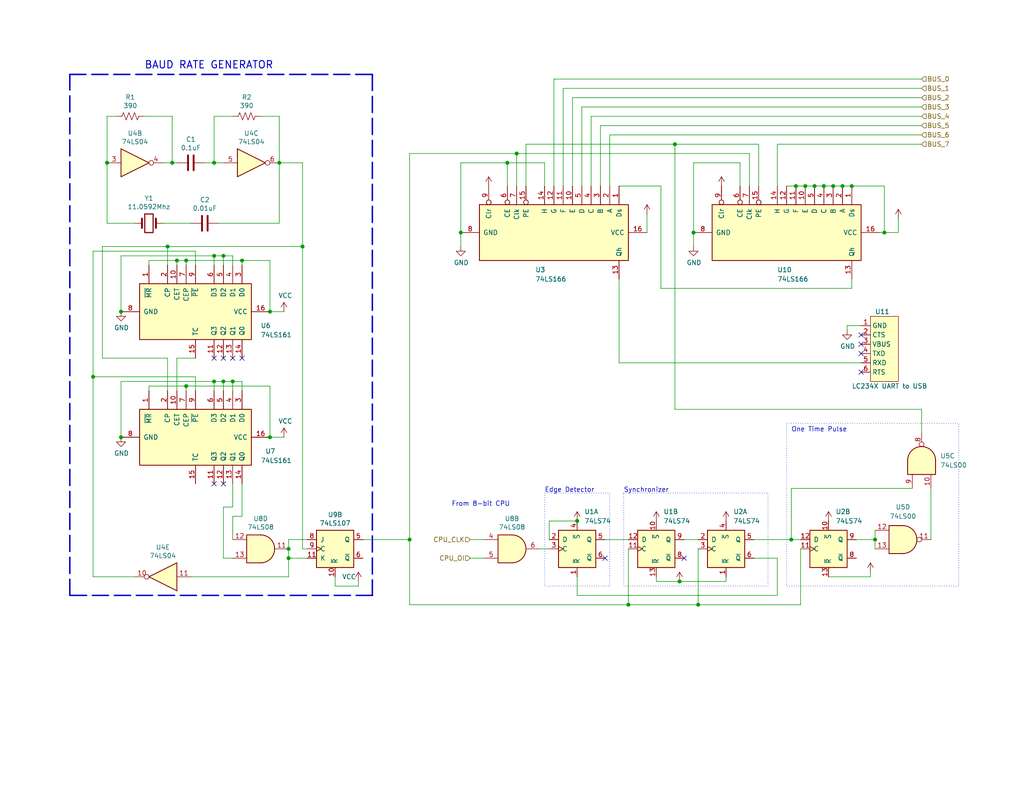
<source format=kicad_sch>
(kicad_sch (version 20230121) (generator eeschema)
  (paper "USLetter")
  (title_block (title "UART Transmitter") (date "2024-01-15") (rev "2.0"))
  (lib_symbols
    (symbol "74xx:74LS00" (pin_names (offset 1.016))
      (property "Reference" "U" (at 0 1.27 0))
      (property "Value" "74LS00" (at 0 -1.27 0))
      (symbol "74LS00_1_1"
        (arc (start 0 -3.81) (mid 3.7934 0) (end 0 3.81) (stroke (width 0.254)) (fill (type background)))
        (polyline (pts (xy 0 3.81) (xy -3.81 3.81) (xy -3.81 -3.81) (xy 0 -3.81)) (stroke (width 0.254)) (fill (type background)))
        (pin input line (at -7.62 2.54 0) (length 3.81) (name "~") (number "1"))
        (pin input line (at -7.62 -2.54 0) (length 3.81) (name "~") (number "2"))
        (pin output inverted (at 7.62 0 180) (length 3.81) (name "~") (number "3"))
      )
      (symbol "74LS00_1_2"
        (arc (start -3.81 -3.81) (mid -2.589 0) (end -3.81 3.81) (stroke (width 0.254)))
        (arc (start -0.6096 -3.81) (mid 2.1842 -2.5851) (end 3.81 0) (stroke (width 0.254)) (fill (type background)))
        (polyline (pts (xy -3.81 -3.81) (xy -0.635 -3.81)) (stroke (width 0.254)) (fill (type background)))
        (polyline (pts (xy -3.81 3.81) (xy -0.635 3.81)) (stroke (width 0.254)) (fill (type background)))
        (polyline (pts (xy -0.635 3.81) (xy -3.81 3.81) (xy -3.81 3.81) (xy -3.556 3.4036) (xy -3.0226 2.2606) (xy -2.6924 1.0414) (xy -2.6162 -0.254) (xy -2.7686 -1.4986) (xy -3.175 -2.7178) (xy -3.81 -3.81) (xy -3.81 -3.81) (xy -0.635 -3.81)) (stroke (width -25.4)) (fill (type background)))
        (arc (start 3.81 0) (mid 2.1915 2.5936) (end -0.6096 3.81) (stroke (width 0.254)) (fill (type background)))
        (pin input inverted (at -7.62 2.54 0) (length 4.318) (name "~") (number "1"))
        (pin input inverted (at -7.62 -2.54 0) (length 4.318) (name "~") (number "2"))
        (pin output line (at 7.62 0 180) (length 3.81) (name "~") (number "3"))
      )
      (symbol "74LS00_2_1"
        (arc (start 0 -3.81) (mid 3.7934 0) (end 0 3.81) (stroke (width 0.254)) (fill (type background)))
        (polyline (pts (xy 0 3.81) (xy -3.81 3.81) (xy -3.81 -3.81) (xy 0 -3.81)) (stroke (width 0.254)) (fill (type background)))
        (pin input line (at -7.62 2.54 0) (length 3.81) (name "~") (number "4"))
        (pin input line (at -7.62 -2.54 0) (length 3.81) (name "~") (number "5"))
        (pin output inverted (at 7.62 0 180) (length 3.81) (name "~") (number "6"))
      )
      (symbol "74LS00_2_2"
        (arc (start -3.81 -3.81) (mid -2.589 0) (end -3.81 3.81) (stroke (width 0.254)))
        (arc (start -0.6096 -3.81) (mid 2.1842 -2.5851) (end 3.81 0) (stroke (width 0.254)) (fill (type background)))
        (polyline (pts (xy -3.81 -3.81) (xy -0.635 -3.81)) (stroke (width 0.254)) (fill (type background)))
        (polyline (pts (xy -3.81 3.81) (xy -0.635 3.81)) (stroke (width 0.254)) (fill (type background)))
        (polyline (pts (xy -0.635 3.81) (xy -3.81 3.81) (xy -3.81 3.81) (xy -3.556 3.4036) (xy -3.0226 2.2606) (xy -2.6924 1.0414) (xy -2.6162 -0.254) (xy -2.7686 -1.4986) (xy -3.175 -2.7178) (xy -3.81 -3.81) (xy -3.81 -3.81) (xy -0.635 -3.81)) (stroke (width -25.4)) (fill (type background)))
        (arc (start 3.81 0) (mid 2.1915 2.5936) (end -0.6096 3.81) (stroke (width 0.254)) (fill (type background)))
        (pin input inverted (at -7.62 2.54 0) (length 4.318) (name "~") (number "4"))
        (pin input inverted (at -7.62 -2.54 0) (length 4.318) (name "~") (number "5"))
        (pin output line (at 7.62 0 180) (length 3.81) (name "~") (number "6"))
      )
      (symbol "74LS00_3_1"
        (arc (start 0 -3.81) (mid 3.7934 0) (end 0 3.81) (stroke (width 0.254)) (fill (type background)))
        (polyline (pts (xy 0 3.81) (xy -3.81 3.81) (xy -3.81 -3.81) (xy 0 -3.81)) (stroke (width 0.254)) (fill (type background)))
        (pin input line (at -7.62 -2.54 0) (length 3.81) (name "~") (number "10"))
        (pin output inverted (at 7.62 0 180) (length 3.81) (name "~") (number "8"))
        (pin input line (at -7.62 2.54 0) (length 3.81) (name "~") (number "9"))
      )
      (symbol "74LS00_3_2"
        (arc (start -3.81 -3.81) (mid -2.589 0) (end -3.81 3.81) (stroke (width 0.254)))
        (arc (start -0.6096 -3.81) (mid 2.1842 -2.5851) (end 3.81 0) (stroke (width 0.254)) (fill (type background)))
        (polyline (pts (xy -3.81 -3.81) (xy -0.635 -3.81)) (stroke (width 0.254)) (fill (type background)))
        (polyline (pts (xy -3.81 3.81) (xy -0.635 3.81)) (stroke (width 0.254)) (fill (type background)))
        (polyline (pts (xy -0.635 3.81) (xy -3.81 3.81) (xy -3.81 3.81) (xy -3.556 3.4036) (xy -3.0226 2.2606) (xy -2.6924 1.0414) (xy -2.6162 -0.254) (xy -2.7686 -1.4986) (xy -3.175 -2.7178) (xy -3.81 -3.81) (xy -3.81 -3.81) (xy -0.635 -3.81)) (stroke (width -25.4)) (fill (type background)))
        (arc (start 3.81 0) (mid 2.1915 2.5936) (end -0.6096 3.81) (stroke (width 0.254)) (fill (type background)))
        (pin input inverted (at -7.62 -2.54 0) (length 4.318) (name "~") (number "10"))
        (pin output line (at 7.62 0 180) (length 3.81) (name "~") (number "8"))
        (pin input inverted (at -7.62 2.54 0) (length 4.318) (name "~") (number "9"))
      )
      (symbol "74LS00_4_1"
        (arc (start 0 -3.81) (mid 3.7934 0) (end 0 3.81) (stroke (width 0.254)) (fill (type background)))
        (polyline (pts (xy 0 3.81) (xy -3.81 3.81) (xy -3.81 -3.81) (xy 0 -3.81)) (stroke (width 0.254)) (fill (type background)))
        (pin output inverted (at 7.62 0 180) (length 3.81) (name "~") (number "11"))
        (pin input line (at -7.62 2.54 0) (length 3.81) (name "~") (number "12"))
        (pin input line (at -7.62 -2.54 0) (length 3.81) (name "~") (number "13"))
      )
      (symbol "74LS00_4_2"
        (arc (start -3.81 -3.81) (mid -2.589 0) (end -3.81 3.81) (stroke (width 0.254)))
        (arc (start -0.6096 -3.81) (mid 2.1842 -2.5851) (end 3.81 0) (stroke (width 0.254)) (fill (type background)))
        (polyline (pts (xy -3.81 -3.81) (xy -0.635 -3.81)) (stroke (width 0.254)) (fill (type background)))
        (polyline (pts (xy -3.81 3.81) (xy -0.635 3.81)) (stroke (width 0.254)) (fill (type background)))
        (polyline (pts (xy -0.635 3.81) (xy -3.81 3.81) (xy -3.81 3.81) (xy -3.556 3.4036) (xy -3.0226 2.2606) (xy -2.6924 1.0414) (xy -2.6162 -0.254) (xy -2.7686 -1.4986) (xy -3.175 -2.7178) (xy -3.81 -3.81) (xy -3.81 -3.81) (xy -0.635 -3.81)) (stroke (width -25.4)) (fill (type background)))
        (arc (start 3.81 0) (mid 2.1915 2.5936) (end -0.6096 3.81) (stroke (width 0.254)) (fill (type background)))
        (pin output line (at 7.62 0 180) (length 3.81) (name "~") (number "11"))
        (pin input inverted (at -7.62 2.54 0) (length 4.318) (name "~") (number "12"))
        (pin input inverted (at -7.62 -2.54 0) (length 4.318) (name "~") (number "13"))
      )
      (symbol "74LS00_5_0"
        (pin power_in line (at 0 12.7 270) (length 5.08) (name "VCC") (number "14"))
        (pin power_in line (at 0 -12.7 90) (length 5.08) (name "GND") (number "7"))
      )
      (symbol "74LS00_5_1"
        (rectangle (start -5.08 7.62) (end 5.08 -7.62) (stroke (width 0.254)) (fill (type background)))
      )
    )
    (symbol "74xx:74LS04"
      (property "Reference" "U" (at 0 1.27 0))
      (property "Value" "74LS04" (at 0 -1.27 0))
      (symbol "74LS04_1_0"
        (polyline (pts (xy -3.81 3.81) (xy -3.81 -3.81) (xy 3.81 0) (xy -3.81 3.81)) (stroke (width 0.254)) (fill (type background)))
        (pin input line (at -7.62 0 0) (length 3.81) (name "~") (number "1"))
        (pin output inverted (at 7.62 0 180) (length 3.81) (name "~") (number "2"))
      )
      (symbol "74LS04_2_0"
        (polyline (pts (xy -3.81 3.81) (xy -3.81 -3.81) (xy 3.81 0) (xy -3.81 3.81)) (stroke (width 0.254)) (fill (type background)))
        (pin input line (at -7.62 0 0) (length 3.81) (name "~") (number "3"))
        (pin output inverted (at 7.62 0 180) (length 3.81) (name "~") (number "4"))
      )
      (symbol "74LS04_3_0"
        (polyline (pts (xy -3.81 3.81) (xy -3.81 -3.81) (xy 3.81 0) (xy -3.81 3.81)) (stroke (width 0.254)) (fill (type background)))
        (pin input line (at -7.62 0 0) (length 3.81) (name "~") (number "5"))
        (pin output inverted (at 7.62 0 180) (length 3.81) (name "~") (number "6"))
      )
      (symbol "74LS04_4_0"
        (polyline (pts (xy -3.81 3.81) (xy -3.81 -3.81) (xy 3.81 0) (xy -3.81 3.81)) (stroke (width 0.254)) (fill (type background)))
        (pin output inverted (at 7.62 0 180) (length 3.81) (name "~") (number "8"))
        (pin input line (at -7.62 0 0) (length 3.81) (name "~") (number "9"))
      )
      (symbol "74LS04_5_0"
        (polyline (pts (xy -3.81 3.81) (xy -3.81 -3.81) (xy 3.81 0) (xy -3.81 3.81)) (stroke (width 0.254)) (fill (type background)))
        (pin output inverted (at 7.62 0 180) (length 3.81) (name "~") (number "10"))
        (pin input line (at -7.62 0 0) (length 3.81) (name "~") (number "11"))
      )
      (symbol "74LS04_6_0"
        (polyline (pts (xy -3.81 3.81) (xy -3.81 -3.81) (xy 3.81 0) (xy -3.81 3.81)) (stroke (width 0.254)) (fill (type background)))
        (pin output inverted (at 7.62 0 180) (length 3.81) (name "~") (number "12"))
        (pin input line (at -7.62 0 0) (length 3.81) (name "~") (number "13"))
      )
      (symbol "74LS04_7_0"
        (pin power_in line (at 0 12.7 270) (length 5.08) (name "VCC") (number "14"))
        (pin power_in line (at 0 -12.7 90) (length 5.08) (name "GND") (number "7"))
      )
      (symbol "74LS04_7_1"
        (rectangle (start -5.08 7.62) (end 5.08 -7.62) (stroke (width 0.254)) (fill (type background)))
      )
    )
    (symbol "74xx:74LS08" (pin_names (offset 1.016))
      (property "Reference" "U" (at 0 1.27 0))
      (property "Value" "74LS08" (at 0 -1.27 0))
      (symbol "74LS08_1_1"
        (arc (start 0 -3.81) (mid 3.7934 0) (end 0 3.81) (stroke (width 0.254)) (fill (type background)))
        (polyline (pts (xy 0 3.81) (xy -3.81 3.81) (xy -3.81 -3.81) (xy 0 -3.81)) (stroke (width 0.254)) (fill (type background)))
        (pin input line (at -7.62 2.54 0) (length 3.81) (name "~") (number "1"))
        (pin input line (at -7.62 -2.54 0) (length 3.81) (name "~") (number "2"))
        (pin output line (at 7.62 0 180) (length 3.81) (name "~") (number "3"))
      )
      (symbol "74LS08_1_2"
        (arc (start -3.81 -3.81) (mid -2.589 0) (end -3.81 3.81) (stroke (width 0.254)))
        (arc (start -0.6096 -3.81) (mid 2.1842 -2.5851) (end 3.81 0) (stroke (width 0.254)) (fill (type background)))
        (polyline (pts (xy -3.81 -3.81) (xy -0.635 -3.81)) (stroke (width 0.254)) (fill (type background)))
        (polyline (pts (xy -3.81 3.81) (xy -0.635 3.81)) (stroke (width 0.254)) (fill (type background)))
        (polyline (pts (xy -0.635 3.81) (xy -3.81 3.81) (xy -3.81 3.81) (xy -3.556 3.4036) (xy -3.0226 2.2606) (xy -2.6924 1.0414) (xy -2.6162 -0.254) (xy -2.7686 -1.4986) (xy -3.175 -2.7178) (xy -3.81 -3.81) (xy -3.81 -3.81) (xy -0.635 -3.81)) (stroke (width -25.4)) (fill (type background)))
        (arc (start 3.81 0) (mid 2.1915 2.5936) (end -0.6096 3.81) (stroke (width 0.254)) (fill (type background)))
        (pin input inverted (at -7.62 2.54 0) (length 4.318) (name "~") (number "1"))
        (pin input inverted (at -7.62 -2.54 0) (length 4.318) (name "~") (number "2"))
        (pin output inverted (at 7.62 0 180) (length 3.81) (name "~") (number "3"))
      )
      (symbol "74LS08_2_1"
        (arc (start 0 -3.81) (mid 3.7934 0) (end 0 3.81) (stroke (width 0.254)) (fill (type background)))
        (polyline (pts (xy 0 3.81) (xy -3.81 3.81) (xy -3.81 -3.81) (xy 0 -3.81)) (stroke (width 0.254)) (fill (type background)))
        (pin input line (at -7.62 2.54 0) (length 3.81) (name "~") (number "4"))
        (pin input line (at -7.62 -2.54 0) (length 3.81) (name "~") (number "5"))
        (pin output line (at 7.62 0 180) (length 3.81) (name "~") (number "6"))
      )
      (symbol "74LS08_2_2"
        (arc (start -3.81 -3.81) (mid -2.589 0) (end -3.81 3.81) (stroke (width 0.254)))
        (arc (start -0.6096 -3.81) (mid 2.1842 -2.5851) (end 3.81 0) (stroke (width 0.254)) (fill (type background)))
        (polyline (pts (xy -3.81 -3.81) (xy -0.635 -3.81)) (stroke (width 0.254)) (fill (type background)))
        (polyline (pts (xy -3.81 3.81) (xy -0.635 3.81)) (stroke (width 0.254)) (fill (type background)))
        (polyline (pts (xy -0.635 3.81) (xy -3.81 3.81) (xy -3.81 3.81) (xy -3.556 3.4036) (xy -3.0226 2.2606) (xy -2.6924 1.0414) (xy -2.6162 -0.254) (xy -2.7686 -1.4986) (xy -3.175 -2.7178) (xy -3.81 -3.81) (xy -3.81 -3.81) (xy -0.635 -3.81)) (stroke (width -25.4)) (fill (type background)))
        (arc (start 3.81 0) (mid 2.1915 2.5936) (end -0.6096 3.81) (stroke (width 0.254)) (fill (type background)))
        (pin input inverted (at -7.62 2.54 0) (length 4.318) (name "~") (number "4"))
        (pin input inverted (at -7.62 -2.54 0) (length 4.318) (name "~") (number "5"))
        (pin output inverted (at 7.62 0 180) (length 3.81) (name "~") (number "6"))
      )
      (symbol "74LS08_3_1"
        (arc (start 0 -3.81) (mid 3.7934 0) (end 0 3.81) (stroke (width 0.254)) (fill (type background)))
        (polyline (pts (xy 0 3.81) (xy -3.81 3.81) (xy -3.81 -3.81) (xy 0 -3.81)) (stroke (width 0.254)) (fill (type background)))
        (pin input line (at -7.62 -2.54 0) (length 3.81) (name "~") (number "10"))
        (pin output line (at 7.62 0 180) (length 3.81) (name "~") (number "8"))
        (pin input line (at -7.62 2.54 0) (length 3.81) (name "~") (number "9"))
      )
      (symbol "74LS08_3_2"
        (arc (start -3.81 -3.81) (mid -2.589 0) (end -3.81 3.81) (stroke (width 0.254)))
        (arc (start -0.6096 -3.81) (mid 2.1842 -2.5851) (end 3.81 0) (stroke (width 0.254)) (fill (type background)))
        (polyline (pts (xy -3.81 -3.81) (xy -0.635 -3.81)) (stroke (width 0.254)) (fill (type background)))
        (polyline (pts (xy -3.81 3.81) (xy -0.635 3.81)) (stroke (width 0.254)) (fill (type background)))
        (polyline (pts (xy -0.635 3.81) (xy -3.81 3.81) (xy -3.81 3.81) (xy -3.556 3.4036) (xy -3.0226 2.2606) (xy -2.6924 1.0414) (xy -2.6162 -0.254) (xy -2.7686 -1.4986) (xy -3.175 -2.7178) (xy -3.81 -3.81) (xy -3.81 -3.81) (xy -0.635 -3.81)) (stroke (width -25.4)) (fill (type background)))
        (arc (start 3.81 0) (mid 2.1915 2.5936) (end -0.6096 3.81) (stroke (width 0.254)) (fill (type background)))
        (pin input inverted (at -7.62 -2.54 0) (length 4.318) (name "~") (number "10"))
        (pin output inverted (at 7.62 0 180) (length 3.81) (name "~") (number "8"))
        (pin input inverted (at -7.62 2.54 0) (length 4.318) (name "~") (number "9"))
      )
      (symbol "74LS08_4_1"
        (arc (start 0 -3.81) (mid 3.7934 0) (end 0 3.81) (stroke (width 0.254)) (fill (type background)))
        (polyline (pts (xy 0 3.81) (xy -3.81 3.81) (xy -3.81 -3.81) (xy 0 -3.81)) (stroke (width 0.254)) (fill (type background)))
        (pin output line (at 7.62 0 180) (length 3.81) (name "~") (number "11"))
        (pin input line (at -7.62 2.54 0) (length 3.81) (name "~") (number "12"))
        (pin input line (at -7.62 -2.54 0) (length 3.81) (name "~") (number "13"))
      )
      (symbol "74LS08_4_2"
        (arc (start -3.81 -3.81) (mid -2.589 0) (end -3.81 3.81) (stroke (width 0.254)))
        (arc (start -0.6096 -3.81) (mid 2.1842 -2.5851) (end 3.81 0) (stroke (width 0.254)) (fill (type background)))
        (polyline (pts (xy -3.81 -3.81) (xy -0.635 -3.81)) (stroke (width 0.254)) (fill (type background)))
        (polyline (pts (xy -3.81 3.81) (xy -0.635 3.81)) (stroke (width 0.254)) (fill (type background)))
        (polyline (pts (xy -0.635 3.81) (xy -3.81 3.81) (xy -3.81 3.81) (xy -3.556 3.4036) (xy -3.0226 2.2606) (xy -2.6924 1.0414) (xy -2.6162 -0.254) (xy -2.7686 -1.4986) (xy -3.175 -2.7178) (xy -3.81 -3.81) (xy -3.81 -3.81) (xy -0.635 -3.81)) (stroke (width -25.4)) (fill (type background)))
        (arc (start 3.81 0) (mid 2.1915 2.5936) (end -0.6096 3.81) (stroke (width 0.254)) (fill (type background)))
        (pin output inverted (at 7.62 0 180) (length 3.81) (name "~") (number "11"))
        (pin input inverted (at -7.62 2.54 0) (length 4.318) (name "~") (number "12"))
        (pin input inverted (at -7.62 -2.54 0) (length 4.318) (name "~") (number "13"))
      )
      (symbol "74LS08_5_0"
        (pin power_in line (at 0 12.7 270) (length 5.08) (name "VCC") (number "14"))
        (pin power_in line (at 0 -12.7 90) (length 5.08) (name "GND") (number "7"))
      )
      (symbol "74LS08_5_1"
        (rectangle (start -5.08 7.62) (end 5.08 -7.62) (stroke (width 0.254)) (fill (type background)))
      )
    )
    (symbol "74xx:74LS107" (pin_names (offset 1.016))
      (property "Reference" "U" (at -7.62 8.89 0))
      (property "Value" "74LS107" (at -7.62 -8.89 0))
      (symbol "74LS107_1_0"
        (pin input line (at -7.62 2.54 0) (length 2.54) (name "J") (number "1"))
        (pin input clock (at -7.62 0 0) (length 2.54) (name "C") (number "12"))
        (pin input line (at 0 -7.62 90) (length 2.54) (name "~{R}") (number "13"))
        (pin output line (at 7.62 -2.54 180) (length 2.54) (name "~{Q}") (number "2"))
        (pin output line (at 7.62 2.54 180) (length 2.54) (name "Q") (number "3"))
        (pin input line (at -7.62 -2.54 0) (length 2.54) (name "K") (number "4"))
      )
      (symbol "74LS107_1_1"
        (rectangle (start -5.08 5.08) (end 5.08 -5.08) (stroke (width 0.254)) (fill (type background)))
      )
      (symbol "74LS107_2_0"
        (pin input line (at 0 -7.62 90) (length 2.54) (name "~{R}") (number "10"))
        (pin input line (at -7.62 -2.54 0) (length 2.54) (name "K") (number "11"))
        (pin output line (at 7.62 2.54 180) (length 2.54) (name "Q") (number "5"))
        (pin output line (at 7.62 -2.54 180) (length 2.54) (name "~{Q}") (number "6"))
        (pin input line (at -7.62 2.54 0) (length 2.54) (name "J") (number "8"))
        (pin input clock (at -7.62 0 0) (length 2.54) (name "C") (number "9"))
      )
      (symbol "74LS107_2_1"
        (rectangle (start -5.08 5.08) (end 5.08 -5.08) (stroke (width 0.254)) (fill (type background)))
      )
      (symbol "74LS107_3_0"
        (pin power_in line (at 0 10.16 270) (length 2.54) (name "VCC") (number "14"))
        (pin power_in line (at 0 -10.16 90) (length 2.54) (name "GND") (number "7"))
      )
      (symbol "74LS107_3_1"
        (rectangle (start -5.08 7.62) (end 5.08 -7.62) (stroke (width 0.254)) (fill (type background)))
      )
    )
    (symbol "74xx:74LS161" (pin_names (offset 1.016))
      (property "Reference" "U" (at -7.62 16.51 0))
      (property "Value" "74LS161" (at -7.62 -16.51 0))
      (symbol "74LS161_1_0"
        (pin input line (at -12.7 -12.7 0) (length 5.08) (name "~{MR}") (number "1"))
        (pin input line (at -12.7 -5.08 0) (length 5.08) (name "CET") (number "10"))
        (pin output line (at 12.7 5.08 180) (length 5.08) (name "Q3") (number "11"))
        (pin output line (at 12.7 7.62 180) (length 5.08) (name "Q2") (number "12"))
        (pin output line (at 12.7 10.16 180) (length 5.08) (name "Q1") (number "13"))
        (pin output line (at 12.7 12.7 180) (length 5.08) (name "Q0") (number "14"))
        (pin output line (at 12.7 0 180) (length 5.08) (name "TC") (number "15"))
        (pin power_in line (at 0 20.32 270) (length 5.08) (name "VCC") (number "16"))
        (pin input line (at -12.7 -7.62 0) (length 5.08) (name "CP") (number "2"))
        (pin input line (at -12.7 12.7 0) (length 5.08) (name "D0") (number "3"))
        (pin input line (at -12.7 10.16 0) (length 5.08) (name "D1") (number "4"))
        (pin input line (at -12.7 7.62 0) (length 5.08) (name "D2") (number "5"))
        (pin input line (at -12.7 5.08 0) (length 5.08) (name "D3") (number "6"))
        (pin input line (at -12.7 -2.54 0) (length 5.08) (name "CEP") (number "7"))
        (pin power_in line (at 0 -20.32 90) (length 5.08) (name "GND") (number "8"))
        (pin input line (at -12.7 0 0) (length 5.08) (name "~{PE}") (number "9"))
      )
      (symbol "74LS161_1_1"
        (rectangle (start -7.62 15.24) (end 7.62 -15.24) (stroke (width 0.254)) (fill (type background)))
      )
    )
    (symbol "74xx:74LS166" (pin_names (offset 1.016))
      (property "Reference" "U" (at -7.62 21.59 0))
      (property "Value" "74LS166" (at -7.62 -21.59 0))
      (symbol "74LS166_1_0"
        (pin input line (at -12.7 17.78 0) (length 5.08) (name "Ds") (number "1"))
        (pin input line (at -12.7 5.08 0) (length 5.08) (name "E") (number "10"))
        (pin input line (at -12.7 2.54 0) (length 5.08) (name "F") (number "11"))
        (pin input line (at -12.7 0 0) (length 5.08) (name "G") (number "12"))
        (pin output line (at 12.7 17.78 180) (length 5.08) (name "Qh") (number "13"))
        (pin input line (at -12.7 -2.54 0) (length 5.08) (name "H") (number "14"))
        (pin input inverted (at -12.7 -7.62 0) (length 5.08) (name "PE") (number "15"))
        (pin power_in line (at 0 25.4 270) (length 5.08) (name "VCC") (number "16"))
        (pin input line (at -12.7 15.24 0) (length 5.08) (name "A") (number "2"))
        (pin input line (at -12.7 12.7 0) (length 5.08) (name "B") (number "3"))
        (pin input line (at -12.7 10.16 0) (length 5.08) (name "C") (number "4"))
        (pin input line (at -12.7 7.62 0) (length 5.08) (name "D") (number "5"))
        (pin input inverted (at -12.7 -12.7 0) (length 5.08) (name "CE") (number "6"))
        (pin input line (at -12.7 -10.16 0) (length 5.08) (name "Clk") (number "7"))
        (pin power_in line (at 0 -25.4 90) (length 5.08) (name "GND") (number "8"))
        (pin input inverted (at -12.7 -17.78 0) (length 5.08) (name "Clr") (number "9"))
      )
      (symbol "74LS166_1_1"
        (rectangle (start -7.62 20.32) (end 7.62 -20.32) (stroke (width 0.254)) (fill (type background)))
      )
    )
    (symbol "74xx:74LS74" (pin_names (offset 1.016))
      (property "Reference" "U" (at -7.62 8.89 0))
      (property "Value" "74LS74" (at -7.62 -8.89 0))
      (symbol "74LS74_1_0"
        (pin input line (at 0 -7.62 90) (length 2.54) (name "~{R}") (number "1"))
        (pin input line (at -7.62 2.54 0) (length 2.54) (name "D") (number "2"))
        (pin input clock (at -7.62 0 0) (length 2.54) (name "C") (number "3"))
        (pin input line (at 0 7.62 270) (length 2.54) (name "~{S}") (number "4"))
        (pin output line (at 7.62 2.54 180) (length 2.54) (name "Q") (number "5"))
        (pin output line (at 7.62 -2.54 180) (length 2.54) (name "~{Q}") (number "6"))
      )
      (symbol "74LS74_1_1"
        (rectangle (start -5.08 5.08) (end 5.08 -5.08) (stroke (width 0.254)) (fill (type background)))
      )
      (symbol "74LS74_2_0"
        (pin input line (at 0 7.62 270) (length 2.54) (name "~{S}") (number "10"))
        (pin input clock (at -7.62 0 0) (length 2.54) (name "C") (number "11"))
        (pin input line (at -7.62 2.54 0) (length 2.54) (name "D") (number "12"))
        (pin input line (at 0 -7.62 90) (length 2.54) (name "~{R}") (number "13"))
        (pin output line (at 7.62 -2.54 180) (length 2.54) (name "~{Q}") (number "8"))
        (pin output line (at 7.62 2.54 180) (length 2.54) (name "Q") (number "9"))
      )
      (symbol "74LS74_2_1"
        (rectangle (start -5.08 5.08) (end 5.08 -5.08) (stroke (width 0.254)) (fill (type background)))
      )
      (symbol "74LS74_3_0"
        (pin power_in line (at 0 10.16 270) (length 2.54) (name "VCC") (number "14"))
        (pin power_in line (at 0 -10.16 90) (length 2.54) (name "GND") (number "7"))
      )
      (symbol "74LS74_3_1"
        (rectangle (start -5.08 7.62) (end 5.08 -7.62) (stroke (width 0.254)) (fill (type background)))
      )
    )
    (symbol "Device:C" (pin_numbers hide) (pin_names (offset 0.254))
      (property "Reference" "C" (at 0.635 2.54 0))
      (property "Value" "C" (at 0.635 -2.54 0))
      (symbol "C_0_1"
        (polyline (pts (xy -2.032 -0.762) (xy 2.032 -0.762)) (stroke (width 0.508)))
        (polyline (pts (xy -2.032 0.762) (xy 2.032 0.762)) (stroke (width 0.508)))
      )
      (symbol "C_1_1"
        (pin passive line (at 0 3.81 270) (length 2.794) (name "~") (number "1"))
        (pin passive line (at 0 -3.81 90) (length 2.794) (name "~") (number "2"))
      )
    )
    (symbol "Device:Crystal" (pin_numbers hide) (pin_names (offset 1.016) hide)
      (property "Reference" "Y" (at 0 3.81 0))
      (property "Value" "Crystal" (at 0 -3.81 0))
      (symbol "Crystal_0_1"
        (rectangle (start -1.143 2.54) (end 1.143 -2.54) (stroke (width 0.3048)))
        (polyline (pts (xy -2.54 0) (xy -1.905 0)))
        (polyline (pts (xy -1.905 -1.27) (xy -1.905 1.27)) (stroke (width 0.508)))
        (polyline (pts (xy 1.905 -1.27) (xy 1.905 1.27)) (stroke (width 0.508)))
        (polyline (pts (xy 2.54 0) (xy 1.905 0)))
      )
      (symbol "Crystal_1_1"
        (pin passive line (at -3.81 0 0) (length 1.27) (name "1") (number "1"))
        (pin passive line (at 3.81 0 180) (length 1.27) (name "2") (number "2"))
      )
    )
    (symbol "Device:R_US" (pin_numbers hide) (pin_names (offset 0))
      (property "Reference" "R" (at 2.54 0 90))
      (property "Value" "R_US" (at -2.54 0 90))
      (symbol "R_US_0_1"
        (polyline (pts (xy 0 -2.286) (xy 0 -2.54)))
        (polyline (pts (xy 0 2.286) (xy 0 2.54)))
        (polyline (pts (xy 0 -0.762) (xy 1.016 -1.143) (xy 0 -1.524) (xy -1.016 -1.905) (xy 0 -2.286)))
        (polyline (pts (xy 0 0.762) (xy 1.016 0.381) (xy 0 0) (xy -1.016 -0.381) (xy 0 -0.762)))
        (polyline (pts (xy 0 2.286) (xy 1.016 1.905) (xy 0 1.524) (xy -1.016 1.143) (xy 0 0.762)))
      )
      (symbol "R_US_1_1"
        (pin passive line (at 0 3.81 270) (length 1.27) (name "~") (number "1"))
        (pin passive line (at 0 -3.81 90) (length 1.27) (name "~") (number "2"))
      )
    )
    (symbol "UART_Modules:LC234X_FTDI_UART_USB"
      (property "Reference" "U" (at 0 3.81 0))
      (property "Value" "LC234X" (at 1.27 -16.51 0))
      (symbol "LC234X_FTDI_UART_USB_1_1"
        (rectangle (start -2.54 2.54) (end 5.08 -15.24) (fill (type background)))
        (pin power_in line (at -5.08 0 0) (length 2.54) (name "GND") (number "1"))
        (pin input line (at -5.08 -2.54 0) (length 2.54) (name "CTS") (number "2"))
        (pin power_out line (at -5.08 -5.08 0) (length 2.54) (name "VBUS") (number "3"))
        (pin output line (at -5.08 -7.62 0) (length 2.54) (name "TXD") (number "4"))
        (pin input line (at -5.08 -10.16 0) (length 2.54) (name "RXD") (number "5"))
        (pin output line (at -5.08 -12.7 0) (length 2.54) (name "RTS") (number "6"))
      )
    )
    (symbol "power:GND" (power) (pin_names (offset 0))
      (property "Value" "GND" (at 0 -3.81 0))
      (symbol "GND_0_1"
        (polyline (pts (xy 0 0) (xy 0 -1.27) (xy 1.27 -1.27) (xy 0 -2.54) (xy -1.27 -1.27) (xy 0 -1.27)))
      )
      (symbol "GND_1_1"
        (pin power_in line (at 0 0 270) (length 0) hide (name "GND") (number "1"))
      )
    )
    (symbol "power:VCC" (power) (pin_names (offset 0))
      (property "Value" "VCC" (at 0 3.81 0))
      (symbol "VCC_0_1"
        (polyline (pts (xy -0.762 1.27) (xy 0 2.54)))
        (polyline (pts (xy 0 0) (xy 0 2.54)))
        (polyline (pts (xy 0 2.54) (xy 0.762 1.27)))
      )
      (symbol "VCC_1_1"
        (pin power_in line (at 0 0 90) (length 0) hide (name "VCC") (number "1"))
      )
    )
  )
  (junction (at 224.79 50.8))
  (junction (at 111.76 147.32))
  (junction (at 190.5 165.1))
  (junction (at 229.87 50.8))
  (junction (at 217.17 50.8))
  (junction (at 60.96 69.85))
  (junction (at 238.76 147.32))
  (junction (at 125.73 63.5))
  (junction (at 45.72 67.31))
  (junction (at 241.3 63.5))
  (junction (at 184.15 39.37))
  (junction (at 82.55 67.31))
  (junction (at 215.9 147.32))
  (junction (at 73.66 85.09))
  (junction (at 33.02 85.09))
  (junction (at 33.02 119.38))
  (junction (at 232.41 50.8))
  (junction (at 60.96 104.14))
  (junction (at 63.5 104.14))
  (junction (at 138.43 44.45))
  (junction (at 73.66 119.38))
  (junction (at 76.2 44.45))
  (junction (at 29.21 44.45))
  (junction (at 157.48 142.24))
  (junction (at 50.8 105.41))
  (junction (at 189.23 63.5))
  (junction (at 78.74 152.4))
  (junction (at 219.71 50.8))
  (junction (at 185.42 158.75))
  (junction (at 78.74 149.86))
  (junction (at 48.26 71.12))
  (junction (at 46.99 44.45))
  (junction (at 140.97 41.91))
  (junction (at 25.4 102.87))
  (junction (at 227.33 50.8))
  (junction (at 66.04 71.12))
  (junction (at 171.45 165.1))
  (junction (at 58.42 69.85))
  (junction (at 58.42 104.14))
  (junction (at 50.8 71.12))
  (junction (at 222.25 50.8))
  (junction (at 58.42 44.45))
  (no_connect (at 60.96 97.79))
  (no_connect (at 165.1 152.4))
  (no_connect (at -24.13 182.88))
  (no_connect (at 58.42 97.79))
  (no_connect (at 60.96 132.08))
  (no_connect (at 234.95 96.52))
  (no_connect (at -34.29 66.04))
  (no_connect (at 63.5 97.79))
  (no_connect (at 234.95 101.6))
  (no_connect (at 234.95 91.44))
  (no_connect (at 186.69 152.4))
  (no_connect (at 234.95 93.98))
  (no_connect (at 66.04 97.79))
  (no_connect (at 58.42 132.08))
  (wire (pts (xy 27.94 97.79) (xy 45.72 97.79)))
  (wire (pts (xy 158.75 29.21) (xy 251.46 29.21)))
  (wire (pts (xy 40.64 71.12) (xy 48.26 71.12)))
  (wire (pts (xy 245.11 63.5) (xy 245.11 59.69)))
  (wire (pts (xy 33.02 69.85) (xy 33.02 85.09)))
  (wire (pts (xy 78.74 152.4) (xy 78.74 157.48)))
  (wire (pts (xy 60.96 72.39) (xy 60.96 69.85)))
  (wire (pts (xy 58.42 31.75) (xy 63.5 31.75)))
  (wire (pts (xy 138.43 44.45) (xy 138.43 50.8)))
  (wire (pts (xy 161.29 31.75) (xy 161.29 50.8)))
  (wire (pts (xy 171.45 165.1) (xy 190.5 165.1)))
  (wire (pts (xy 163.83 34.29) (xy 163.83 50.8)))
  (wire (pts (xy 184.15 39.37) (xy 207.01 39.37)))
  (wire (pts (xy 48.26 72.39) (xy 48.26 71.12)))
  (wire (pts (xy 233.68 147.32) (xy 238.76 147.32)))
  (wire (pts (xy 212.09 152.4) (xy 212.09 162.56)))
  (wire (pts (xy 217.17 50.8) (xy 219.71 50.8)))
  (wire (pts (xy 231.14 88.9) (xy 231.14 90.17)))
  (wire (pts (xy 238.76 147.32) (xy 238.76 149.86)))
  (wire (pts (xy 166.37 36.83) (xy 251.46 36.83)))
  (wire (pts (xy 226.06 157.48) (xy 237.49 157.48)))
  (wire (pts (xy 166.37 36.83) (xy 166.37 50.8)))
  (wire (pts (xy 50.8 72.39) (xy 50.8 71.12)))
  (wire (pts (xy 45.72 67.31) (xy 27.94 67.31)))
  (wire (pts (xy 232.41 50.8) (xy 241.3 50.8)))
  (wire (pts (xy 60.96 138.43) (xy 60.96 152.4)))
  (wire (pts (xy 60.96 106.68) (xy 60.96 104.14)))
  (wire (pts (xy 66.04 106.68) (xy 66.04 104.14)))
  (wire (pts (xy 50.8 106.68) (xy 50.8 105.41)))
  (wire (pts (xy 237.49 157.48) (xy 237.49 156.21)))
  (wire (pts (xy 161.29 31.75) (xy 251.46 31.75)))
  (wire (pts (xy 58.42 106.68) (xy 58.42 104.14)))
  (wire (pts (xy 180.34 78.74) (xy 180.34 50.8)))
  (wire (pts (xy 111.76 147.32) (xy 111.76 165.1)))
  (wire (pts (xy 241.3 63.5) (xy 245.11 63.5)))
  (wire (pts (xy 215.9 147.32) (xy 218.44 147.32)))
  (wire (pts (xy 248.92 133.35) (xy 215.9 133.35)))
  (wire (pts (xy 40.64 105.41) (xy 50.8 105.41)))
  (wire (pts (xy 205.74 152.4) (xy 212.09 152.4)))
  (wire (pts (xy 140.97 41.91) (xy 140.97 50.8)))
  (wire (pts (xy 157.48 162.56) (xy 212.09 162.56)))
  (wire (pts (xy 176.53 63.5) (xy 176.53 58.42)))
  (wire (pts (xy 46.99 44.45) (xy 46.99 31.75)))
  (wire (pts (xy 219.71 50.8) (xy 222.25 50.8)))
  (wire (pts (xy 66.04 140.97) (xy 66.04 132.08)))
  (wire (pts (xy 186.69 147.32) (xy 190.5 147.32)))
  (wire (pts (xy 214.63 50.8) (xy 217.17 50.8)))
  (wire (pts (xy 254 133.35) (xy 254 147.32)))
  (wire (pts (xy 179.07 158.75) (xy 185.42 158.75)))
  (wire (pts (xy 91.44 157.48) (xy 91.44 160.02)))
  (wire (pts (xy 189.23 44.45) (xy 189.23 63.5)))
  (wire (pts (xy 76.2 60.96) (xy 76.2 44.45)))
  (wire (pts (xy 73.66 105.41) (xy 73.66 119.38)))
  (wire (pts (xy 168.91 99.06) (xy 234.95 99.06)))
  (wire (pts (xy 128.27 152.4) (xy 132.08 152.4)))
  (wire (pts (xy 44.45 60.96) (xy 52.07 60.96)))
  (wire (pts (xy 73.66 119.38) (xy 77.47 119.38)))
  (wire (pts (xy 59.69 60.96) (xy 76.2 60.96)))
  (wire (pts (xy 27.94 67.31) (xy 27.94 97.79)))
  (wire (pts (xy 168.91 50.8) (xy 180.34 50.8)))
  (wire (pts (xy 153.67 24.13) (xy 251.46 24.13)))
  (wire (pts (xy 198.12 157.48) (xy 198.12 158.75)))
  (wire (pts (xy 238.76 147.32) (xy 238.76 144.78)))
  (wire (pts (xy 46.99 44.45) (xy 48.26 44.45)))
  (wire (pts (xy 36.83 157.48) (xy 25.4 157.48)))
  (wire (pts (xy 78.74 149.86) (xy 78.74 152.4)))
  (wire (pts (xy 201.93 44.45) (xy 189.23 44.45)))
  (wire (pts (xy 50.8 71.12) (xy 66.04 71.12)))
  (wire (pts (xy 63.5 69.85) (xy 60.96 69.85)))
  (wire (pts (xy 111.76 41.91) (xy 111.76 147.32)))
  (wire (pts (xy 60.96 152.4) (xy 63.5 152.4)))
  (wire (pts (xy 111.76 165.1) (xy 171.45 165.1)))
  (wire (pts (xy 138.43 44.45) (xy 125.73 44.45)))
  (wire (pts (xy 76.2 44.45) (xy 82.55 44.45)))
  (wire (pts (xy 29.21 60.96) (xy 36.83 60.96)))
  (wire (pts (xy 222.25 50.8) (xy 224.79 50.8)))
  (wire (pts (xy 63.5 72.39) (xy 63.5 69.85)))
  (wire (pts (xy 63.5 138.43) (xy 60.96 138.43)))
  (wire (pts (xy 58.42 104.14) (xy 33.02 104.14)))
  (wire (pts (xy 156.21 26.67) (xy 156.21 50.8)))
  (wire (pts (xy 66.04 104.14) (xy 63.5 104.14)))
  (wire (pts (xy 157.48 142.24) (xy 149.86 142.24)))
  (wire (pts (xy 224.79 50.8) (xy 227.33 50.8)))
  (wire (pts (xy 241.3 50.8) (xy 241.3 63.5)))
  (wire (pts (xy 147.32 149.86) (xy 149.86 149.86)))
  (wire (pts (xy 63.5 106.68) (xy 63.5 104.14)))
  (wire (pts (xy 158.75 29.21) (xy 158.75 50.8)))
  (wire (pts (xy 251.46 118.11) (xy 251.46 111.76)))
  (wire (pts (xy 33.02 104.14) (xy 33.02 119.38)))
  (wire (pts (xy 229.87 50.8) (xy 232.41 50.8)))
  (polyline (pts (xy 101.6 20.32) (xy 101.6 162.56)) (stroke (width 0.4) (type dash)))
  (wire (pts (xy 73.66 85.09) (xy 77.47 85.09)))
  (wire (pts (xy 29.21 31.75) (xy 31.75 31.75)))
  (wire (pts (xy 227.33 50.8) (xy 229.87 50.8)))
  (wire (pts (xy 184.15 39.37) (xy 184.15 111.76)))
  (wire (pts (xy 39.37 31.75) (xy 46.99 31.75)))
  (wire (pts (xy 66.04 71.12) (xy 73.66 71.12)))
  (wire (pts (xy 58.42 72.39) (xy 58.42 69.85)))
  (wire (pts (xy 140.97 41.91) (xy 204.47 41.91)))
  (wire (pts (xy 215.9 133.35) (xy 215.9 147.32)))
  (wire (pts (xy 128.27 147.32) (xy 132.08 147.32)))
  (wire (pts (xy 58.42 69.85) (xy 33.02 69.85)))
  (wire (pts (xy 111.76 41.91) (xy 140.97 41.91)))
  (wire (pts (xy 251.46 111.76) (xy 184.15 111.76)))
  (wire (pts (xy 48.26 97.79) (xy 48.26 106.68)))
  (wire (pts (xy 53.34 102.87) (xy 53.34 106.68)))
  (wire (pts (xy 232.41 76.2) (xy 232.41 78.74)))
  (wire (pts (xy 190.5 165.1) (xy 218.44 165.1)))
  (wire (pts (xy 205.74 147.32) (xy 215.9 147.32)))
  (wire (pts (xy 76.2 31.75) (xy 76.2 44.45)))
  (wire (pts (xy 148.59 50.8) (xy 148.59 44.45)))
  (wire (pts (xy 99.06 147.32) (xy 111.76 147.32)))
  (wire (pts (xy 207.01 39.37) (xy 207.01 50.8)))
  (wire (pts (xy 63.5 140.97) (xy 66.04 140.97)))
  (wire (pts (xy 25.4 68.58) (xy 53.34 68.58)))
  (wire (pts (xy 45.72 67.31) (xy 45.72 72.39)))
  (wire (pts (xy 58.42 44.45) (xy 60.96 44.45)))
  (wire (pts (xy 163.83 34.29) (xy 251.46 34.29)))
  (wire (pts (xy 40.64 72.39) (xy 40.64 71.12)))
  (wire (pts (xy 91.44 160.02) (xy 97.79 160.02)))
  (polyline (pts (xy 19.05 20.32) (xy 101.6 20.32)) (stroke (width 0.4) (type dash)))
  (wire (pts (xy 232.41 78.74) (xy 180.34 78.74)))
  (wire (pts (xy 157.48 162.56) (xy 157.48 157.48)))
  (wire (pts (xy 204.47 41.91) (xy 204.47 50.8)))
  (wire (pts (xy 55.88 44.45) (xy 58.42 44.45)))
  (wire (pts (xy 234.95 88.9) (xy 231.14 88.9)))
  (wire (pts (xy 125.73 44.45) (xy 125.73 63.5)))
  (wire (pts (xy 44.45 44.45) (xy 46.99 44.45)))
  (wire (pts (xy 143.51 39.37) (xy 143.51 50.8)))
  (wire (pts (xy 240.03 63.5) (xy 241.3 63.5)))
  (wire (pts (xy 151.13 21.59) (xy 151.13 50.8)))
  (wire (pts (xy 63.5 132.08) (xy 63.5 138.43)))
  (wire (pts (xy 53.34 97.79) (xy 48.26 97.79)))
  (wire (pts (xy 45.72 97.79) (xy 45.72 106.68)))
  (wire (pts (xy 156.21 26.67) (xy 251.46 26.67)))
  (wire (pts (xy 97.79 160.02) (xy 97.79 158.75)))
  (wire (pts (xy 29.21 44.45) (xy 29.21 31.75)))
  (wire (pts (xy 82.55 44.45) (xy 82.55 67.31)))
  (polyline (pts (xy 101.6 162.56) (xy 19.05 162.56)) (stroke (width 0.4) (type dash)))
  (wire (pts (xy 153.67 24.13) (xy 153.67 50.8)))
  (wire (pts (xy 25.4 157.48) (xy 25.4 102.87)))
  (wire (pts (xy 82.55 149.86) (xy 83.82 149.86)))
  (wire (pts (xy 53.34 68.58) (xy 53.34 72.39)))
  (wire (pts (xy 212.09 39.37) (xy 251.46 39.37)))
  (wire (pts (xy 171.45 165.1) (xy 171.45 149.86)))
  (wire (pts (xy 40.64 106.68) (xy 40.64 105.41)))
  (wire (pts (xy 50.8 105.41) (xy 73.66 105.41)))
  (wire (pts (xy 148.59 44.45) (xy 138.43 44.45)))
  (wire (pts (xy 78.74 147.32) (xy 83.82 147.32)))
  (wire (pts (xy 78.74 147.32) (xy 78.74 149.86)))
  (wire (pts (xy 48.26 71.12) (xy 50.8 71.12)))
  (wire (pts (xy 58.42 31.75) (xy 58.42 44.45)))
  (polyline (pts (xy 19.05 162.56) (xy 19.05 20.32)) (stroke (width 0.4) (type dash)))
  (wire (pts (xy 78.74 152.4) (xy 83.82 152.4)))
  (wire (pts (xy 165.1 147.32) (xy 171.45 147.32)))
  (wire (pts (xy 125.73 67.31) (xy 125.73 63.5)))
  (wire (pts (xy 78.74 157.48) (xy 52.07 157.48)))
  (wire (pts (xy 60.96 69.85) (xy 58.42 69.85)))
  (wire (pts (xy 63.5 147.32) (xy 63.5 140.97)))
  (wire (pts (xy 212.09 39.37) (xy 212.09 50.8)))
  (wire (pts (xy 190.5 165.1) (xy 190.5 149.86)))
  (wire (pts (xy 60.96 104.14) (xy 58.42 104.14)))
  (wire (pts (xy 189.23 67.31) (xy 189.23 63.5)))
  (wire (pts (xy 82.55 67.31) (xy 82.55 149.86)))
  (wire (pts (xy 25.4 102.87) (xy 53.34 102.87)))
  (wire (pts (xy 73.66 71.12) (xy 73.66 85.09)))
  (wire (pts (xy 149.86 142.24) (xy 149.86 147.32)))
  (wire (pts (xy 218.44 165.1) (xy 218.44 149.86)))
  (wire (pts (xy 29.21 44.45) (xy 29.21 60.96)))
  (wire (pts (xy 201.93 50.8) (xy 201.93 44.45)))
  (wire (pts (xy 66.04 72.39) (xy 66.04 71.12)))
  (wire (pts (xy 184.15 39.37) (xy 143.51 39.37)))
  (wire (pts (xy 71.12 31.75) (xy 76.2 31.75)))
  (wire (pts (xy 25.4 102.87) (xy 25.4 68.58)))
  (wire (pts (xy 168.91 76.2) (xy 168.91 99.06)))
  (wire (pts (xy 151.13 21.59) (xy 251.46 21.59)))
  (wire (pts (xy 45.72 67.31) (xy 82.55 67.31)))
  (wire (pts (xy 185.42 158.75) (xy 198.12 158.75)))
  (wire (pts (xy 63.5 104.14) (xy 60.96 104.14)))
  (wire (pts (xy 179.07 157.48) (xy 179.07 158.75)))
  (rectangle (start 170.18 134.62) (end 209.55 160.02) (stroke (width 0) (type dot)))
  (rectangle (start 148.59 134.62) (end 166.37 160.02) (stroke (width 0) (type dot)))
  (rectangle (start 214.63 115.57) (end 261.62 160.02) (stroke (width 0) (type dot)))
  (text "Edge Detector" (at 148.59 134.62 0) (effects (font (size 1.27 1.27)) (justify left bottom)))
  (text "Synchronizer" (at 170.18 134.62 0) (effects (font (size 1.27 1.27)) (justify left bottom)))
  (text "From 8-bit CPU" (at 123.19 138.43 0) (effects (font (size 1.27 1.27)) (justify left bottom)))
  (text "BAUD RATE GENERATOR" (at 39.37 19.05 0) (effects (font (size 2 2) (thickness 0.254) bold) (justify left bottom)))
  (text "One Time Pulse" (at 215.9 118.11 0) (effects (font (size 1.27 1.27)) (justify left bottom)))
  (hierarchical_label "CPU_OI" (shape input) (at 128.27 152.4 180))
  (hierarchical_label "BUS_0" (shape input) (at 251.46 21.59 0))
  (hierarchical_label "BUS_4" (shape input) (at 251.46 31.75 0))
  (hierarchical_label "CPU_CLK" (shape input) (at 128.27 147.32 180))
  (hierarchical_label "BUS_2" (shape input) (at 251.46 26.67 0))
  (hierarchical_label "BUS_5" (shape input) (at 251.46 34.29 0))
  (hierarchical_label "BUS_3" (shape input) (at 251.46 29.21 0))
  (hierarchical_label "BUS_1" (shape input) (at 251.46 24.13 0))
  (hierarchical_label "BUS_6" (shape input) (at 251.46 36.83 0))
  (hierarchical_label "BUS_7" (shape input) (at 251.46 39.37 0))
  (symbol (lib_id "74xx:74LS166") (at 214.63 63.5 270) (unit 1)
    (property "Reference" "U10" (at 212.09 73.66 90) (effects (justify left)))
    (property "Value" "74LS166" (at 212.09 76.2 90) (effects (justify left)))
    (property "Datasheet" "http://www.ti.com/lit/gpn/sn74LS166" (effects hide))
  )
  (symbol (lib_id "power:VCC") (at 176.53 58.42 0) (unit 1)
    (property "Reference" "#PWR012" (effects hide))
    (property "Value" "VCC" (effects hide))
  )
  (symbol (lib_id "power:GND") (at 189.23 67.31 0) (unit 1)
    (property "Reference" "#PWR014" (effects hide))
    (property "Value" "GND" (at 189.357 71.7042 0))
  )
  (symbol (lib_id "power:VCC") (at 245.11 59.69 0) (unit 1)
    (property "Reference" "#PWR015" (effects hide))
    (property "Value" "VCC" (effects hide))
  )
  (symbol (lib_id "Device:Crystal") (at 40.64 60.96 0) (unit 1)
    (property "Reference" "Y1" (at 40.64 54.1528 0))
    (property "Value" "11.0592Mhz" (at 40.64 56.4642 0))
  )
  (symbol (lib_id "Device:C") (at 55.88 60.96 90) (unit 1)
    (property "Reference" "C2" (at 55.88 54.5592 90))
    (property "Value" "0.01uF" (at 55.88 56.8706 90))
  )
  (symbol (lib_id "74xx:74LS04") (at 36.83 44.45 0) (unit 2)
    (property "Reference" "U4" (at 36.83 36.3982 0))
    (property "Value" "74LS04" (at 36.83 38.7096 0))
    (property "Datasheet" "http://www.ti.com/lit/gpn/sn74LS04" (effects hide))
  )
  (symbol (lib_id "74xx:74LS04") (at 68.58 44.45 0) (unit 3)
    (property "Reference" "U4" (at 68.58 36.3982 0))
    (property "Value" "74LS04" (at 68.58 38.7096 0))
    (property "Datasheet" "http://www.ti.com/lit/gpn/sn74LS04" (effects hide))
  )
  (symbol (lib_id "Device:C") (at 52.07 44.45 270) (unit 1)
    (property "Reference" "C1" (at 52.07 38.0492 90))
    (property "Value" "0.1uF" (at 52.07 40.3606 90))
  )
  (symbol (lib_id "Device:R_US") (at 35.56 31.75 270) (unit 1)
    (property "Reference" "R1" (at 35.56 26.543 90))
    (property "Value" "390" (at 35.56 28.8544 90))
  )
  (symbol (lib_id "Device:R_US") (at 67.31 31.75 270) (unit 1)
    (property "Reference" "R2" (at 67.31 26.543 90))
    (property "Value" "390" (at 67.31 28.8544 90))
  )
  (symbol (lib_id "74xx:74LS161") (at 53.34 85.09 270) (unit 1)
    (property "Reference" "U6" (at 71.12 88.9 90) (effects (justify left)))
    (property "Value" "74LS161" (at 71.12 91.44 90) (effects (justify left)))
    (property "Datasheet" "http://www.ti.com/lit/gpn/sn74LS161" (effects hide))
  )
  (symbol (lib_id "74xx:74LS161") (at 53.34 119.38 270) (unit 1)
    (property "Reference" "U7" (at 72.39 123.19 90) (effects (justify left)))
    (property "Value" "74LS161" (at 71.12 125.73 90) (effects (justify left)))
    (property "Datasheet" "http://www.ti.com/lit/gpn/sn74LS161" (effects hide))
  )
  (symbol (lib_id "power:VCC") (at 77.47 119.38 0) (unit 1)
    (property "Reference" "#PWR010" (effects hide))
    (property "Value" "VCC" (at 77.851 114.9858 0))
  )
  (symbol (lib_id "power:VCC") (at 77.47 85.09 0) (unit 1)
    (property "Reference" "#PWR09" (effects hide))
    (property "Value" "VCC" (at 77.851 80.6958 0))
  )
  (symbol (lib_id "power:GND") (at 33.02 85.09 0) (unit 1)
    (property "Reference" "#PWR07" (effects hide))
    (property "Value" "GND" (at 33.147 89.4842 0))
  )
  (symbol (lib_id "power:GND") (at 33.02 119.38 0) (unit 1)
    (property "Reference" "#PWR08" (effects hide))
    (property "Value" "GND" (at 33.147 123.7742 0))
  )
  (symbol (lib_id "74xx:74LS107") (at 91.44 149.86 0) (unit 2)
    (property "Reference" "U9" (at 91.44 140.5382 0))
    (property "Value" "74LS107" (at 91.44 142.8496 0))
    (property "Datasheet" "http://www.ti.com/lit/gpn/sn74LS107" (effects hide))
  )
  (symbol (lib_id "74xx:74LS08") (at 71.12 149.86 0) (unit 4)
    (property "Reference" "U8" (at 71.12 141.605 0))
    (property "Value" "74LS08" (at 71.12 143.9164 0))
    (property "Datasheet" "http://www.ti.com/lit/gpn/sn74LS08" (effects hide))
  )
  (symbol (lib_id "74xx:74LS08") (at 139.7 149.86 0) (unit 2)
    (property "Reference" "U8" (at 139.7 141.605 0))
    (property "Value" "74LS08" (at 139.7 143.9164 0))
    (property "Datasheet" "http://www.ti.com/lit/gpn/sn74LS08" (effects hide))
  )
  (symbol (lib_id "power:VCC") (at 185.42 158.75 0) (unit 1)
    (property "Reference" "#PWR013" (effects hide))
    (property "Value" "VCC" (effects hide))
  )
  (symbol (lib_id "power:VCC") (at 97.79 158.75 0) (unit 1)
    (property "Reference" "#PWR011" (effects hide))
    (property "Value" "VCC" (at 95.25 157.48 0))
  )
  (symbol (lib_id "74xx:74LS04") (at 44.45 157.48 180) (unit 5)
    (property "Reference" "U4" (at 44.45 149.4282 0))
    (property "Value" "74LS04" (at 44.45 151.7396 0))
    (property "Datasheet" "http://www.ti.com/lit/gpn/sn74LS04" (effects hide))
  )
  (symbol (lib_id "power:VCC") (at 198.12 142.24 0) (unit 1)
    (property "Reference" "#PWR03" (effects hide))
    (property "Value" "VCC" (effects hide))
  )
  (symbol (lib_id "74xx:74LS74") (at 226.06 149.86 0) (unit 2)
    (property "Reference" "U2" (at 228.0159 139.7 0) (effects (justify left)))
    (property "Value" "74LS74" (at 228.0159 142.24 0) (effects (justify left)))
    (property "Datasheet" "74xx/74hc_hct74.pdf" (effects hide))
  )
  (symbol (lib_id "74xx:74LS166") (at 151.13 63.5 270) (unit 1)
    (property "Reference" "U3" (at 146.05 73.66 90) (effects (justify left)))
    (property "Value" "74LS166" (at 146.05 76.2 90) (effects (justify left)))
    (property "Datasheet" "http://www.ti.com/lit/gpn/sn74LS166" (effects hide))
  )
  (symbol (lib_id "UART_Modules:LC234X_FTDI_UART_USB") (at 240.03 88.9 0) (unit 1)
    (property "Reference" "U11" (at 238.76 85.09 0) (effects (justify left)))
    (property "Value" "LC234X UART to USB" (at 232.41 105.41 0) (effects (justify left)))
  )
  (symbol (lib_id "74xx:74LS74") (at 198.12 149.86 0) (unit 1)
    (property "Reference" "U2" (at 200.0759 139.7 0) (effects (justify left)))
    (property "Value" "74LS74" (at 200.0759 142.24 0) (effects (justify left)))
    (property "Datasheet" "74xx/74hc_hct74.pdf" (effects hide))
  )
  (symbol (lib_id "power:GND") (at 231.14 90.17 0) (unit 1)
    (property "Reference" "#PWR018" (effects hide))
    (property "Value" "GND" (at 231.267 94.5642 0))
  )
  (symbol (lib_id "74xx:74LS00") (at 251.46 125.73 90) (unit 3)
    (property "Reference" "U5" (at 256.54 124.4683 90) (effects (justify right)))
    (property "Value" "74LS00" (at 256.54 127.0083 90) (effects (justify right)))
    (property "Datasheet" "http://www.ti.com/lit/gpn/sn74ls00" (effects hide))
  )
  (symbol (lib_id "power:VCC") (at 179.07 142.24 0) (unit 1)
    (property "Reference" "#PWR02" (effects hide))
    (property "Value" "VCC" (effects hide))
  )
  (symbol (lib_id "power:GND") (at 125.73 67.31 0) (unit 1)
    (property "Reference" "#PWR04" (effects hide))
    (property "Value" "GND" (at 125.857 71.7042 0))
  )
  (symbol (lib_id "74xx:74LS00") (at 246.38 147.32 0) (unit 4)
    (property "Reference" "U5" (at 246.3717 138.43 0))
    (property "Value" "74LS00" (at 246.3717 140.97 0))
    (property "Datasheet" "http://www.ti.com/lit/gpn/sn74ls00" (effects hide))
  )
  (symbol (lib_id "power:VCC") (at 196.85 50.8 0) (unit 1)
    (property "Reference" "#PWR017" (effects hide))
    (property "Value" "VCC" (effects hide))
  )
  (symbol (lib_id "power:VCC") (at 226.06 142.24 0) (unit 1)
    (property "Reference" "#PWR06" (effects hide))
    (property "Value" "VCC" (effects hide))
  )
  (symbol (lib_id "power:VCC") (at 133.35 50.8 0) (unit 1)
    (property "Reference" "#PWR016" (effects hide))
    (property "Value" "VCC" (effects hide))
  )
  (symbol (lib_id "74xx:74LS74") (at 179.07 149.86 0) (unit 2)
    (property "Reference" "U1" (at 181.0259 139.7 0) (effects (justify left)))
    (property "Value" "74LS74" (at 181.0259 142.24 0) (effects (justify left)))
    (property "Datasheet" "74xx/74hc_hct74.pdf" (effects hide))
  )
  (symbol (lib_id "power:VCC") (at 157.48 142.24 0) (unit 1)
    (property "Reference" "#PWR01" (effects hide))
    (property "Value" "VCC" (effects hide))
  )
  (symbol (lib_id "74xx:74LS74") (at 157.48 149.86 0) (unit 1)
    (property "Reference" "U1" (at 159.4359 139.7 0) (effects (justify left)))
    (property "Value" "74LS74" (at 159.4359 142.24 0) (effects (justify left)))
    (property "Datasheet" "74xx/74hc_hct74.pdf" (effects hide))
  )
  (symbol (lib_id "power:VCC") (at 237.49 156.21 0) (unit 1)
    (property "Reference" "#PWR05" (effects hide))
    (property "Value" "VCC" (effects hide))
  )
)
</source>
